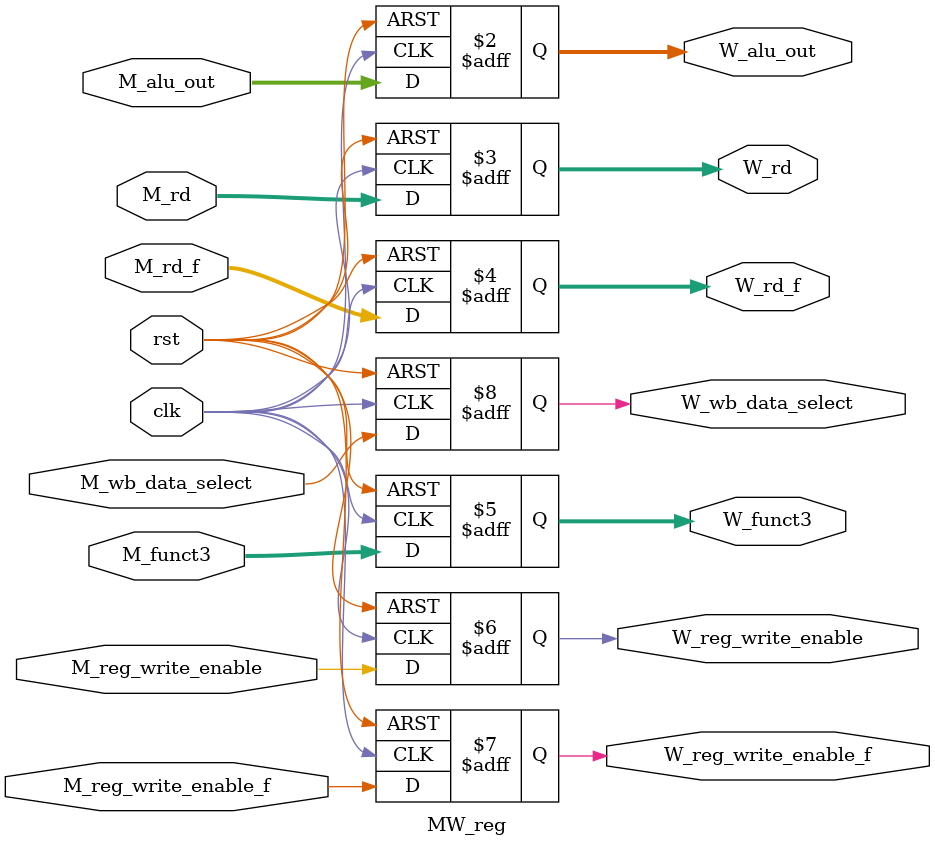
<source format=sv>
module MW_reg(
    input clk,
    input rst,

    // Inputs from the MEM stage
    input [31:0] M_alu_out,
    input [4:0] M_rd,
    input [4:0] M_rd_f,
    input [2:0] M_funct3,
    input M_reg_write_enable,
    input M_reg_write_enable_f,
    input M_wb_data_select,

    // Outputs to the WB stage
    output logic [31:0] W_alu_out,
    output logic [4:0] W_rd,
    output logic [4:0] W_rd_f,
    output logic [2:0] W_funct3,
    output logic W_reg_write_enable,
    output logic W_reg_write_enable_f,
    output logic W_wb_data_select
);

    always_ff @(posedge clk or posedge rst) begin
        if (rst) begin
            W_alu_out <= 32'd0;
            W_rd <= 5'd0;
            W_rd_f <= 5'd0;
            W_funct3 <= 3'd0;
            W_reg_write_enable <= 1'b0;
            W_reg_write_enable_f <= 1'b0;
            W_wb_data_select <= 1'b0;
        end else begin
            W_alu_out <= M_alu_out;
            W_rd <= M_rd;
            W_rd_f <= M_rd_f;
            W_funct3 <= M_funct3;
            W_reg_write_enable <= M_reg_write_enable;
            W_reg_write_enable_f <= M_reg_write_enable_f;
            W_wb_data_select <= M_wb_data_select;
        end
    end

endmodule

</source>
